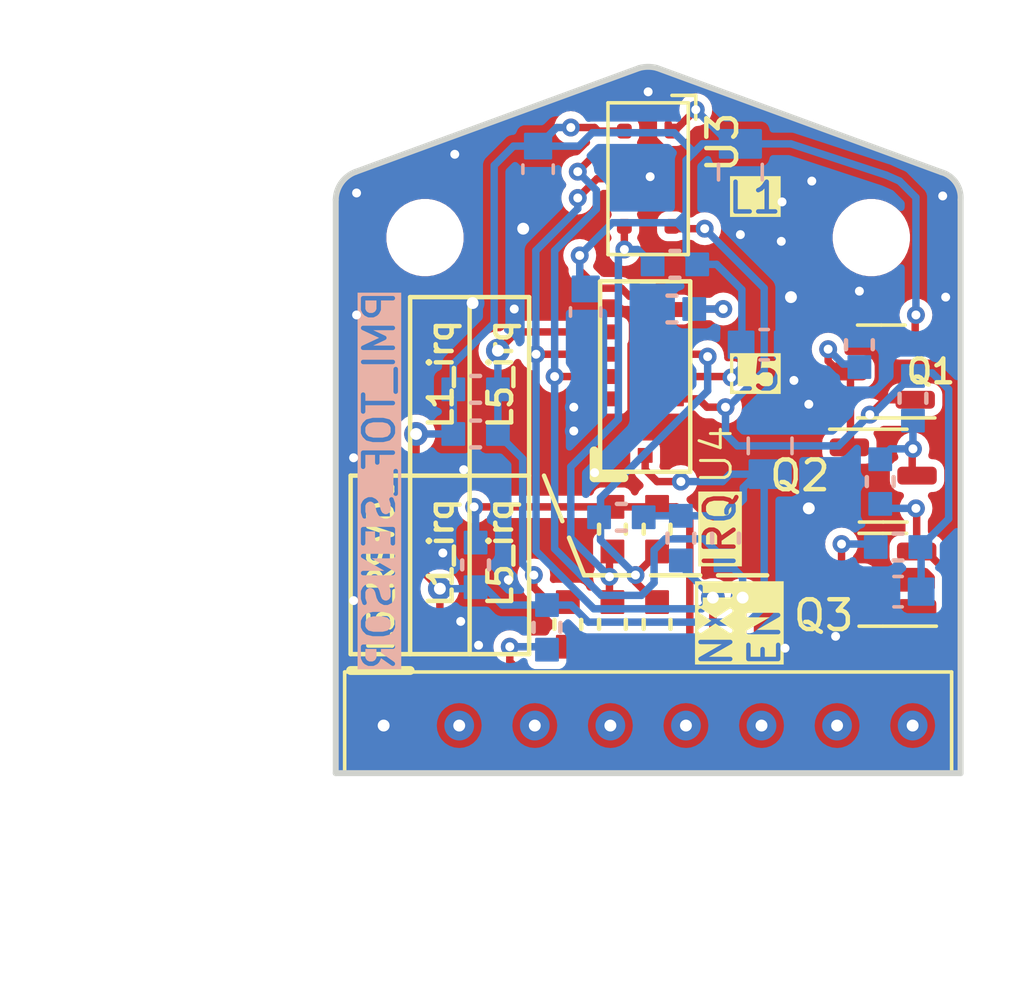
<source format=kicad_pcb>
(kicad_pcb (version 20240108) (generator "pcbnew") (generator_version "8.0")
  (layers (0 "F.Cu" signal) (31 "B.Cu" signal) (34 "B.Paste" user) (35 "F.Paste" user) (36 "B.SilkS" user "B.Silkscreen") (37 "F.SilkS" user "F.Silkscreen") (38 "B.Mask" user) (39 "F.Mask" user) (44 "Edge.Cuts" user))
  (net 0 "")
  (net 1 "GND")
  (net 2 "+3.3V")
  (net 3 "/enable_tof_3v3")
  (net 4 "enable_next_board_3v3")
  (net 5 "DETECT_IRQ_3v3")
  (net 6 "/SCL_3v3")
  (net 7 "/VL53L1_irq_3v3")
  (net 8 "/VL53L5_irq_3v3")
  (net 9 "/VL53L5_RSVD6_3v3")
  (net 10 "/VL53L5_I2C_RST_3v3")
  (net 11 "/SDA_3v3")
  (net 12 "Net-(Q1-D)")
  (net 13 "Net-(Q2-D)")
  (net 16 "Net-(Q3-D)")
  (net 17 "/{slash}reset_tof_com_3v3")
  (net 18 "/{slash}enable_tof_3v3")
  (footprint "cocotter_others:MountingHole_2.1mm" (layer "F.Cu") (at 41.5 162)
    (property "Reference" "H1" (hide yes))
    (property "Value" "MountingHole")
    (pad "" np_thru_hole circle (at 0 0) (size 2.1 2.1) (drill 2.1) (layers "*.Cu" "*.Mask"))
  )
  (footprint "cocotter_ic:ST_VL53L1x" (layer "F.Cu") (at 34 161.5 -90)
    (property "Reference" "U3" (at -2.7 -2.5 -90) (layer "F.SilkS"))
    (property "Value" "VL53L1CXV0FY1")
    (pad "1" smd roundrect (at -3.22 -0.675 270) (size 0.38 0.25) (layers "F.Cu" "F.Paste" "F.Mask") (net 2 "+3.3V"))
    (pad "1" smd roundrect (at -3.08 -0.8 270) (size 0.5 0.5) (layers "F.Cu" "F.Paste" "F.Mask") (net 2 "+3.3V"))
    (pad "2" smd roundrect (at -2.28 -0.8 270) (size 0.5 0.5) (layers "F.Cu" "F.Paste" "F.Mask") (net 1 "GND"))
    (pad "3" smd roundrect (at -1.48 -0.8 270) (size 0.5 0.5) (layers "F.Cu" "F.Paste" "F.Mask") (net 1 "GND"))
    (pad "4" smd roundrect (at -0.68 -0.8 270) (size 0.5 0.5) (layers "F.Cu" "F.Paste" "F.Mask") (net 1 "GND"))
    (pad "5" smd roundrect (at 0.12 -0.8 270) (size 0.5 0.5) (layers "F.Cu" "F.Paste" "F.Mask") (net 3 "/enable_tof_3v3"))
    (pad "6" smd roundrect (at 0.12 0 270) (size 0.5 0.5) (layers "F.Cu" "F.Paste" "F.Mask") (net 1 "GND"))
    (pad "7" smd roundrect (at 0.12 0.8 270) (size 0.5 0.5) (layers "F.Cu" "F.Paste" "F.Mask") (net 7 "/VL53L1_irq_3v3"))
    (pad "8" smd roundrect (at -0.68 0.8 270) (size 0.5 0.5) (layers "F.Cu" "F.Paste" "F.Mask"))
    (pad "9" smd roundrect (at -1.48 0.8 270) (size 0.5 0.5) (layers "F.Cu" "F.Paste" "F.Mask") (net 11 "/SDA_3v3"))
    (pad "10" smd roundrect (at -2.28 0.8 270) (size 0.5 0.5) (layers "F.Cu" "F.Paste" "F.Mask") (net 6 "/SCL_3v3"))
    (pad "11" smd roundrect (at -3.08 0.8 270) (size 0.5 0.5) (layers "F.Cu" "F.Paste" "F.Mask") (net 2 "+3.3V"))
    (pad "12" smd roundrect (at -3.08 0 270) (size 0.5 0.5) (layers "F.Cu" "F.Paste" "F.Mask") (net 1 "GND"))
  )
  (footprint "cocotter_resistor:r0603_reflow" (layer "F.Cu") (at 34.3 175 -90)
    (property "Reference" "R5" (hide yes))
    (property "Value" "0R")
    (pad "1" smd roundrect (at -0.75 0 270) (size 0.8 0.8) (layers "F.Cu" "F.Paste" "F.Mask") (roundrect_rratio 0.05) (net 8 "/VL53L5_irq_3v3"))
    (pad "2" smd roundrect (at 0.75 0 270) (size 0.8 0.8) (layers "F.Cu" "F.Paste" "F.Mask") (roundrect_rratio 0.05) (net 4 "enable_next_board_3v3"))
  )
  (footprint "cocotter_ic:VL53L5CX" (layer "F.Cu") (at 34 169 90)
    (property "Reference" "U4" (at -0.3 2.3 90) (layer "F.SilkS") (effects (font (thickness 0.1))))
    (property "Value" "VL53L5CXV0GC")
    (pad "A1" smd roundrect (at 4.58 0.95 90) (size 0.5 0.5) (layers "F.Cu" "F.Paste" "F.Mask") (roundrect_rratio 0.05) (net 10 "/VL53L5_I2C_RST_3v3"))
    (pad "A1" smd roundrect (at 4.73 0.9 90) (size 0.2 0.6) (layers "F.Cu" "F.Paste" "F.Mask") (roundrect_rratio 0.05) (net 10 "/VL53L5_I2C_RST_3v3"))
    (pad "A2" smd roundrect (at 3.83 0.95 90) (size 0.5 0.5) (layers "F.Cu" "F.Paste" "F.Mask") (roundrect_rratio 0.05) (net 1 "GND"))
    (pad "A3" smd roundrect (at 3.08 0.95 90) (size 0.5 0.5) (layers "F.Cu" "F.Paste" "F.Mask") (roundrect_rratio 0.05) (net 8 "/VL53L5_irq_3v3"))
    (pad "A4" smd roundrect (at 2.33 0.95 90) (size 0.5 0.5) (layers "F.Cu" "F.Paste" "F.Mask") (roundrect_rratio 0.05) (net 2 "+3.3V"))
    (pad "A5" smd roundrect (at 1.58 0.95 90) (size 0.5 0.5) (layers "F.Cu" "F.Paste" "F.Mask") (roundrect_rratio 0.05) (net 3 "/enable_tof_3v3"))
    (pad "A6" smd roundrect (at 0.83 0.95 90) (size 0.5 0.5) (layers "F.Cu" "F.Paste" "F.Mask") (roundrect_rratio 0.05) (net 1 "GND"))
    (pad "A7" smd roundrect (at 0.08 0.95 90) (size 0.5 0.5) (layers "F.Cu" "F.Paste" "F.Mask") (roundrect_rratio 0.05) (net 1 "GND"))
    (pad "B1" smd roundrect (at 4.98 -0.1 90) (size 0.5 0.5) (layers "F.Cu" "F.Paste" "F.Mask") (roundrect_rratio 0.05) (net 2 "+3.3V"))
    (pad "B4" smd roundrect (at 2.33 -0.1 90) (size 2.316 1.2) (property pad_prop_heatsink) (layers "F.Cu" "F.Paste" "F.Mask") (roundrect_rratio 0.05) (net 1 "GND"))
    (pad "B7" smd roundrect (at -0.32 -0.1 90) (size 0.5 0.5) (layers "F.Cu" "F.Paste" "F.Mask") (roundrect_rratio 0.05) (net 2 "+3.3V"))
    (pad "C1" smd roundrect (at 4.58 -1.15 270) (size 0.5 0.5) (layers "F.Cu" "F.Paste" "F.Mask") (roundrect_rratio 0.05) (net 1 "GND"))
    (pad "C2" smd roundrect (at 3.83 -1.15 270) (size 0.5 0.5) (layers "F.Cu" "F.Paste" "F.Mask") (roundrect_rratio 0.05) (net 9 "/VL53L5_RSVD6_3v3"))
    (pad "C3" smd roundrect (at 3.08 -1.15 270) (size 0.5 0.5) (layers "F.Cu" "F.Paste" "F.Mask") (roundrect_rratio 0.05) (net 11 "/SDA_3v3"))
    (pad "C4" smd roundrect (at 2.33 -1.15 270) (size 0.5 0.5) (layers "F.Cu" "F.Paste" "F.Mask") (roundrect_rratio 0.05) (net 6 "/SCL_3v3"))
    (pad "C5" smd roundrect (at 1.58 -1.15 270) (size 0.5 0.5) (layers "F.Cu" "F.Paste" "F.Mask") (roundrect_rratio 0.05))
    (pad "C6" smd roundrect (at 0.83 -1.15 270) (size 0.5 0.5) (layers "F.Cu" "F.Paste" "F.Mask") (roundrect_rratio 0.05) (net 1 "GND"))
    (pad "C7" smd roundrect (at 0.08 -1.15 270) (size 0.5 0.5) (layers "F.Cu" "F.Paste" "F.Mask") (roundrect_rratio 0.05) (net 1 "GND"))
  )
  (footprint "cocotter_resistor:r0603_reflow" (layer "F.Cu") (at 32.8 171.8 90)
    (property "Reference" "R20" (hide yes))
    (property "Value" "0R")
    (pad "1" smd roundrect (at -0.75 0 90) (size 0.8 0.8) (layers "F.Cu" "F.Paste" "F.Mask") (roundrect_rratio 0.05) (net 7 "/VL53L1_irq_3v3"))
    (pad "2" smd roundrect (at 0.75 0 90) (size 0.8 0.8) (layers "F.Cu" "F.Paste" "F.Mask") (roundrect_rratio 0.05) (net 5 "DETECT_IRQ_3v3"))
  )
  (footprint "cocotter_resistor:r0603_reflow" (layer "F.Cu") (at 31.3 175 -90)
    (property "Reference" "R6" (hide yes))
    (property "Value" "0R")
    (pad "1" smd roundrect (at -0.75 0 270) (size 0.8 0.8) (layers "F.Cu" "F.Paste" "F.Mask") (roundrect_rratio 0.05) (net 9 "/VL53L5_RSVD6_3v3"))
    (pad "2" smd roundrect (at 0.75 0 270) (size 0.8 0.8) (layers "F.Cu" "F.Paste" "F.Mask") (roundrect_rratio 0.05) (net 4 "enable_next_board_3v3"))
  )
  (footprint "cocotter_resistor:r0603_reflow" (layer "F.Cu") (at 34.3 171.8 90)
    (property "Reference" "R21" (hide yes))
    (property "Value" "0R")
    (pad "1" smd roundrect (at -0.75 0 90) (size 0.8 0.8) (layers "F.Cu" "F.Paste" "F.Mask") (roundrect_rratio 0.05) (net 8 "/VL53L5_irq_3v3"))
    (pad "2" smd roundrect (at 0.75 0 90) (size 0.8 0.8) (layers "F.Cu" "F.Paste" "F.Mask") (roundrect_rratio 0.05) (net 5 "DETECT_IRQ_3v3"))
  )
  (footprint "cocotter_resistor:r0603_reflow" (layer "F.Cu") (at 32.8 175 -90)
    (property "Reference" "R4" (hide yes))
    (property "Value" "0R")
    (pad "1" smd roundrect (at -0.75 0 270) (size 0.8 0.8) (layers "F.Cu" "F.Paste" "F.Mask") (roundrect_rratio 0.05) (net 7 "/VL53L1_irq_3v3"))
    (pad "2" smd roundrect (at 0.75 0 270) (size 0.8 0.8) (layers "F.Cu" "F.Paste" "F.Mask") (roundrect_rratio 0.05) (net 4 "enable_next_board_3v3"))
  )
  (footprint "cocotter_others:MountingHole_2.1mm" (layer "F.Cu") (at 26.5 162)
    (property "Reference" "H2" (hide yes))
    (property "Value" "MountingHole")
    (pad "" np_thru_hole circle (at 0 0) (size 2.1 2.1) (drill 2.1) (layers "*.Cu" "*.Mask"))
  )
  (footprint "cocotter_transistors:SOT-23-3" (layer "F.Cu") (at 41.8875 173.5 180)
    (property "Reference" "Q3" (at 1.9875 -1.2 0) (layer "F.SilkS"))
    (property "Value" "BSS84")
    (pad "1" smd roundrect (at -1.1375 -0.95 180) (size 1.325 0.6) (layers "F.Cu" "F.Paste" "F.Mask") (net 18 "/{slash}enable_tof_3v3"))
    (pad "2" smd roundrect (at -1.1375 0.95 180) (size 1.325 0.6) (layers "F.Cu" "F.Paste" "F.Mask") (net 17 "/{slash}reset_tof_com_3v3"))
    (pad "3" smd roundrect (at 1.1375 0 180) (size 1.325 0.6) (layers "F.Cu" "F.Paste" "F.Mask") (net 16 "Net-(Q3-D)"))
  )
  (footprint "cocotter_transistors:SOT-23-3" (layer "F.Cu") (at 41.9 170)
    (property "Reference" "Q2" (at -2.8 0 0) (layer "F.SilkS"))
    (property "Value" "2N7002")
    (pad "1" smd roundrect (at -1.1375 -0.95) (size 1.325 0.6) (layers "F.Cu" "F.Paste" "F.Mask") (net 12 "Net-(Q1-D)"))
    (pad "2" smd roundrect (at -1.1375 0.95) (size 1.325 0.6) (layers "F.Cu" "F.Paste" "F.Mask") (net 1 "GND"))
    (pad "3" smd roundrect (at 1.1375 0) (size 1.325 0.6) (layers "F.Cu" "F.Paste" "F.Mask") (net 13 "Net-(Q2-D)"))
  )
  (footprint "cocotter_transistors:SOT-23-3" (layer "F.Cu") (at 41.8375 166.5 180)
    (property "Reference" "Q1" (at -1.6625 0 0) (layer "F.SilkS") (effects (font (size 0.8 0.8))))
    (property "Value" "BSS84")
    (pad "1" smd roundrect (at -1.1375 -0.95 180) (size 1.325 0.6) (layers "F.Cu" "F.Paste" "F.Mask") (net 3 "/enable_tof_3v3"))
    (pad "2" smd roundrect (at -1.1375 0.95 180) (size 1.325 0.6) (layers "F.Cu" "F.Paste" "F.Mask") (net 2 "+3.3V"))
    (pad "3" smd roundrect (at 1.1375 0 180) (size 1.325 0.6) (layers "F.Cu" "F.Paste" "F.Mask") (net 12 "Net-(Q1-D)"))
  )
  (footprint "cocotter_connectors:tof_sensor_female" (layer "F.Cu") (at 34 178.4)
    (property "Reference" "J1" (hide yes))
    (property "Value" "tof_sensor_female")
    (pad "1" thru_hole circle (at -8.89 0) (size 1 1) (drill 0.4) (layers "*.Cu" "*.Mask") (net 1 "GND"))
    (pad "1" smd roundrect (at -8.89 0) (size 1.8 3) (layers "F.Cu" "F.Paste" "F.Mask") (roundrect_rratio 0.05) (net 1 "GND"))
    (pad "2" thru_hole circle (at -6.35 0) (size 1 1) (drill 0.4) (layers "*.Cu" "*.Mask") (net 2 "+3.3V"))
    (pad "2" smd roundrect (at -6.35 0) (size 1.8 3) (layers "F.Cu" "F.Paste" "F.Mask") (roundrect_rratio 0.05) (net 2 "+3.3V"))
    (pad "3" thru_hole circle (at -3.81 0) (size 1 1) (drill 0.4) (layers "*.Cu" "*.Mask") (net 4 "enable_next_board_3v3"))
    (pad "3" smd roundrect (at -3.81 0) (size 1.8 3) (layers "F.Cu" "F.Paste" "F.Mask") (roundrect_rratio 0.05) (net 4 "enable_next_board_3v3"))
    (pad "4" thru_hole circle (at -1.27 0) (size 1 1) (drill 0.4) (layers "*.Cu" "*.Mask") (net 5 "DETECT_IRQ_3v3"))
    (pad "4" smd roundrect (at -1.27 0) (size 1.8 3) (layers "F.Cu" "F.Paste" "F.Mask") (roundrect_rratio 0.05) (net 5 "DETECT_IRQ_3v3"))
    (pad "5" thru_hole circle (at 1.27 0) (size 1 1) (drill 0.4) (layers "*.Cu" "*.Mask") (net 11 "/SDA_3v3"))
    (pad "5" smd roundrect (at 1.27 0) (size 1.8 3) (layers "F.Cu" "F.Paste" "F.Mask") (roundrect_rratio 0.05) (net 11 "/SDA_3v3"))
    (pad "6" thru_hole circle (at 3.81 0) (size 1 1) (drill 0.4) (layers "*.Cu" "*.Mask") (net 6 "/SCL_3v3"))
    (pad "6" smd roundrect (at 3.81 0) (size 1.8 3) (layers "F.Cu" "F.Paste" "F.Mask") (roundrect_rratio 0.05) (net 6 "/SCL_3v3"))
    (pad "7" thru_hole circle (at 6.35 0) (size 1 1) (drill 0.4) (layers "*.Cu" "*.Mask") (net 18 "/{slash}enable_tof_3v3"))
    (pad "7" smd roundrect (at 6.35 0) (size 1.8 3) (layers "F.Cu" "F.Paste" "F.Mask") (roundrect_rratio 0.05) (net 18 "/{slash}enable_tof_3v3"))
    (pad "8" thru_hole circle (at 8.89 0) (size 1 1) (drill 0.4) (layers "*.Cu" "*.Mask") (net 17 "/{slash}reset_tof_com_3v3"))
    (pad "8" smd roundrect (at 8.89 0) (size 1.8 3) (layers "F.Cu" "F.Paste" "F.Mask") (roundrect_rratio 0.05) (net 17 "/{slash}reset_tof_com_3v3"))
  )
  (footprint "cocotter_resistor:r0603_reflow" (layer "B.Cu") (at 36.6 172.1 -90)
    (property "Reference" "R10" (hide yes))
    (property "Value" "10k 1%")
    (pad "1" smd roundrect (at -0.75 0 270) (size 0.8 0.8) (layers "B.Cu" "B.Paste" "B.Mask") (roundrect_rratio 0.05) (net 2 "+3.3V"))
    (pad "2" smd roundrect (at 0.75 0 270) (size 0.8 0.8) (layers "B.Cu" "B.Paste" "B.Mask") (roundrect_rratio 0.05) (net 6 "/SCL_3v3"))
  )
  (footprint "cocotter_resistor:r0603_reflow" (layer "B.Cu") (at 41.1 165.6 90)
    (property "Reference" "R17" (hide yes))
    (property "Value" "100k")
    (pad "1" smd roundrect (at -0.75 0 90) (size 0.8 0.8) (layers "B.Cu" "B.Paste" "B.Mask") (roundrect_rratio 0.05) (net 12 "Net-(Q1-D)"))
    (pad "2" smd roundrect (at 0.75 0 90) (size 0.8 0.8) (layers "B.Cu" "B.Paste" "B.Mask") (roundrect_rratio 0.05) (net 1 "GND"))
  )
  (footprint "cocotter_capacitors:C_0805_2012Metric" (layer "B.Cu") (at 38.1 169 90)
    (property "Reference" "C6" (hide yes))
    (property "Value" "10µF 25V")
    (pad "1" smd roundrect (at -0.95 0 90) (size 1 1.45) (layers "B.Cu" "B.Paste" "B.Mask") (roundrect_rratio 0.05) (net 2 "+3.3V"))
    (pad "2" smd roundrect (at 0.95 0 90) (size 1 1.45) (layers "B.Cu" "B.Paste" "B.Mask") (roundrect_rratio 0.05) (net 1 "GND"))
  )
  (footprint "cocotter_capacitors:C_0603_1608Metric" (layer "B.Cu") (at 31.9 164.5 -90)
    (property "Reference" "C8" (hide yes))
    (property "Value" "100nF 50V")
    (pad "1" smd roundrect (at -0.775 0 270) (size 0.9 0.95) (layers "B.Cu" "B.Paste" "B.Mask") (roundrect_rratio 0.05) (net 2 "+3.3V"))
    (pad "2" smd roundrect (at 0.775 0 270) (size 0.9 0.95) (layers "B.Cu" "B.Paste" "B.Mask") (roundrect_rratio 0.05) (net 1 "GND"))
  )
  (footprint "cocotter_resistor:r0603_reflow" (layer "B.Cu") (at 28.2 168.6)
    (property "Reference" "R12" (hide yes))
    (property "Value" "100k")
    (pad "1" smd roundrect (at -0.75 0) (size 0.8 0.8) (layers "B.Cu" "B.Paste" "B.Mask") (roundrect_rratio 0.05) (net 2 "+3.3V"))
    (pad "2" smd roundrect (at 0.75 0) (size 0.8 0.8) (layers "B.Cu" "B.Paste" "B.Mask") (roundrect_rratio 0.05) (net 9 "/VL53L5_RSVD6_3v3"))
  )
  (footprint "cocotter_resistor:r0603_reflow" (layer "B.Cu") (at 34.8 164.4 180)
    (property "Reference" "R14" (hide yes))
    (property "Value" "10k 1%")
    (pad "1" smd roundrect (at -0.75 0 180) (size 0.8 0.8) (layers "B.Cu" "B.Paste" "B.Mask") (roundrect_rratio 0.05) (net 10 "/VL53L5_I2C_RST_3v3"))
    (pad "2" smd roundrect (at 0.75 0 180) (size 0.8 0.8) (layers "B.Cu" "B.Paste" "B.Mask") (roundrect_rratio 0.05) (net 1 "GND"))
  )
  (footprint "cocotter_capacitors:C_0603_1608Metric" (layer "B.Cu") (at 30.3 159.7 90)
    (property "Reference" "C4" (hide yes))
    (property "Value" "100nF 50V")
    (pad "1" smd roundrect (at -0.775 0 90) (size 0.9 0.95) (layers "B.Cu" "B.Paste" "B.Mask") (roundrect_rratio 0.05) (net 1 "GND"))
    (pad "2" smd roundrect (at 0.775 0 90) (size 0.9 0.95) (layers "B.Cu" "B.Paste" "B.Mask") (roundrect_rratio 0.05) (net 2 "+3.3V"))
  )
  (footprint "cocotter_capacitors:C_0603_1608Metric" (layer "B.Cu") (at 42.4 173.9 180)
    (property "Reference" "C9" (hide yes))
    (property "Value" "1nF 50V")
    (pad "1" smd roundrect (at -0.775 0 180) (size 0.9 0.95) (layers "B.Cu" "B.Paste" "B.Mask") (roundrect_rratio 0.05) (net 3 "/enable_tof_3v3"))
    (pad "2" smd roundrect (at 0.775 0 180) (size 0.9 0.95) (layers "B.Cu" "B.Paste" "B.Mask") (roundrect_rratio 0.05) (net 1 "GND"))
  )
  (footprint "cocotter_capacitors:C_0805_2012Metric" (layer "B.Cu") (at 37.1 159.8 -90)
    (property "Reference" "C5" (hide yes))
    (property "Value" "10µF 25V")
    (pad "1" smd roundrect (at -0.95 0 270) (size 1 1.45) (layers "B.Cu" "B.Paste" "B.Mask") (roundrect_rratio 0.05) (net 2 "+3.3V"))
    (pad "2" smd roundrect (at 0.95 0 270) (size 1 1.45) (layers "B.Cu" "B.Paste" "B.Mask") (roundrect_rratio 0.05) (net 1 "GND"))
  )
  (footprint "cocotter_resistor:r0603_reflow" (layer "B.Cu") (at 42.9 167.4 90)
    (property "Reference" "R15" (hide yes))
    (property "Value" "100k")
    (pad "1" smd roundrect (at -0.75 0 90) (size 0.8 0.8) (layers "B.Cu" "B.Paste" "B.Mask") (roundrect_rratio 0.05) (net 13 "Net-(Q2-D)"))
    (pad "2" smd roundrect (at 0.75 0 90) (size 0.8 0.8) (layers "B.Cu" "B.Paste" "B.Mask") (roundrect_rratio 0.05) (net 3 "/enable_tof_3v3"))
  )
  (footprint "cocotter_resistor:r0603_reflow" (layer "B.Cu") (at 41.8 170.2 -90)
    (property "Reference" "R18" (hide yes))
    (property "Value" "100k")
    (pad "1" smd roundrect (at -0.75 0 270) (size 0.8 0.8) (layers "B.Cu" "B.Paste" "B.Mask") (roundrect_rratio 0.05) (net 13 "Net-(Q2-D)"))
    (pad "2" smd roundrect (at 0.75 0 270) (size 0.8 0.8) (layers "B.Cu" "B.Paste" "B.Mask") (roundrect_rratio 0.05) (net 17 "/{slash}reset_tof_com_3v3"))
  )
  (footprint "cocotter_resistor:r0603_reflow" (layer "B.Cu") (at 34.9 162.9 180)
    (property "Reference" "R8" (hide yes))
    (property "Value" "10k 1%")
    (pad "1" smd roundrect (at -0.75 0 180) (size 0.8 0.8) (layers "B.Cu" "B.Paste" "B.Mask") (roundrect_rratio 0.05) (net 2 "+3.3V"))
    (pad "2" smd roundrect (at 0.75 0 180) (size 0.8 0.8) (layers "B.Cu" "B.Paste" "B.Mask") (roundrect_rratio 0.05) (net 7 "/VL53L1_irq_3v3"))
  )
  (footprint "cocotter_resistor:r0603_reflow" (layer "B.Cu") (at 28.2 167.1)
    (property "Reference" "R11" (hide yes))
    (property "Value" "100k")
    (pad "1" smd roundrect (at -0.75 0) (size 0.8 0.8) (layers "B.Cu" "B.Paste" "B.Mask") (roundrect_rratio 0.05) (net 2 "+3.3V"))
    (pad "2" smd roundrect (at 0.75 0) (size 0.8 0.8) (layers "B.Cu" "B.Paste" "B.Mask") (roundrect_rratio 0.05) (net 9 "/VL53L5_RSVD6_3v3"))
  )
  (footprint "cocotter_resistor:r0603_reflow" (layer "B.Cu") (at 28.2 173 90)
    (property "Reference" "R25" (hide yes))
    (property "Value" "10k 1%")
    (pad "1" smd roundrect (at -0.75 0 90) (size 0.8 0.8) (layers "B.Cu" "B.Paste" "B.Mask") (roundrect_rratio 0.05) (net 2 "+3.3V"))
    (pad "2" smd roundrect (at 0.75 0 90) (size 0.8 0.8) (layers "B.Cu" "B.Paste" "B.Mask") (roundrect_rratio 0.05) (net 5 "DETECT_IRQ_3v3"))
  )
  (footprint "cocotter_capacitors:C_0603_1608Metric" (layer "B.Cu") (at 37.9 165.6)
    (property "Reference" "C7" (hide yes))
    (property "Value" "100nF 50V")
    (pad "1" smd roundrect (at -0.775 0) (size 0.9 0.95) (layers "B.Cu" "B.Paste" "B.Mask") (roundrect_rratio 0.05) (net 2 "+3.3V"))
    (pad "2" smd roundrect (at 0.775 0) (size 0.9 0.95) (layers "B.Cu" "B.Paste" "B.Mask") (roundrect_rratio 0.05) (net 1 "GND"))
  )
  (footprint "cocotter_resistor:r0603_reflow" (layer "B.Cu") (at 30.6 175.1 -90)
    (property "Reference" "R7" (hide yes))
    (property "Value" "10k 1%")
    (pad "1" smd roundrect (at -0.75 0 270) (size 0.8 0.8) (layers "B.Cu" "B.Paste" "B.Mask") (roundrect_rratio 0.05) (net 2 "+3.3V"))
    (pad "2" smd roundrect (at 0.75 0 270) (size 0.8 0.8) (layers "B.Cu" "B.Paste" "B.Mask") (roundrect_rratio 0.05) (net 4 "enable_next_board_3v3"))
  )
  (footprint "cocotter_resistor:r0603_reflow" (layer "B.Cu") (at 42.4 172.4)
    (property "Reference" "R16" (hide yes))
    (property "Value" "3k3 1%")
    (pad "1" smd roundrect (at -0.75 0) (size 0.8 0.8) (layers "B.Cu" "B.Paste" "B.Mask") (roundrect_rratio 0.05) (net 16 "Net-(Q3-D)"))
    (pad "2" smd roundrect (at 0.75 0) (size 0.8 0.8) (layers "B.Cu" "B.Paste" "B.Mask") (roundrect_rratio 0.05) (net 3 "/enable_tof_3v3"))
  )
  (footprint "cocotter_resistor:r0603_reflow" (layer "B.Cu") (at 35.1 172.1 -90)
    (property "Reference" "R9" (hide yes))
    (property "Value" "10k 1%")
    (pad "1" smd roundrect (at -0.75 0 270) (size 0.8 0.8) (layers "B.Cu" "B.Paste" "B.Mask") (roundrect_rratio 0.05) (net 2 "+3.3V"))
    (pad "2" smd roundrect (at 0.75 0 270) (size 0.8 0.8) (layers "B.Cu" "B.Paste" "B.Mask") (roundrect_rratio 0.05) (net 11 "/SDA_3v3"))
  )
  (footprint "cocotter_resistor:r0603_reflow" (layer "B.Cu") (at 33.1 171.4 180)
    (property "Reference" "R13" (hide yes))
    (property "Value" "10k 1%")
    (pad "1" smd roundrect (at -0.75 0 180) (size 0.8 0.8) (layers "B.Cu" "B.Paste" "B.Mask") (roundrect_rratio 0.05) (net 2 "+3.3V"))
    (pad "2" smd roundrect (at 0.75 0 180) (size 0.8 0.8) (layers "B.Cu" "B.Paste" "B.Mask") (roundrect_rratio 0.05) (net 8 "/VL53L5_irq_3v3"))
  )
  (gr_line (start 28 170) (end 28 164) (stroke (width 0.15)) (layer "F.SilkS"))
  (gr_line (start 30.5 170) (end 31.85 173.35) (stroke (width 0.15) (type dash)) (layer "F.SilkS"))
  (gr_line (start 30 176) (end 24 176) (stroke (width 0.15)) (layer "F.SilkS"))
  (gr_line (start 30 164) (end 30 170) (stroke (width 0.15)) (layer "F.SilkS"))
  (gr_line (start 26 164) (end 30 164) (stroke (width 0.15)) (layer "F.SilkS"))
  (gr_line (start 26 176) (end 26 170) (stroke (width 0.15)) (layer "F.SilkS"))
  (gr_line (start 30 170) (end 30 176) (stroke (width 0.15)) (layer "F.SilkS"))
  (gr_line (start 24 170) (end 30 170) (stroke (width 0.15)) (layer "F.SilkS"))
  (gr_line (start 26 170) (end 26 164) (stroke (width 0.15)) (layer "F.SilkS"))
  (gr_line (start 31.85 173.35) (end 38.55 173.35) (stroke (width 0.15) (type dash)) (layer "F.SilkS"))
  (gr_line (start 24 176) (end 24 170) (stroke (width 0.15)) (layer "F.SilkS"))
  (gr_line (start 28 176) (end 28 170) (stroke (width 0.15)) (layer "F.SilkS"))
  (gr_line (start 23.5 180) (end 23.5 160.73) (stroke (width 0.2)) (layer "Edge.Cuts"))
  (gr_line (start 44.5 160.73) (end 44.5 180) (stroke (width 0.2)) (layer "Edge.Cuts"))
  (gr_arc (start 43.85 159.8) (mid 44.342066 160.148233) (end 44.5 160.73) (stroke (width 0.2)) (layer "Edge.Cuts"))
  (gr_line (start 23.5 180) (end 44.5 180) (stroke (width 0.2)) (layer "Edge.Cuts"))
  (gr_arc (start 33.7 156.3) (mid 34 156.259825) (end 34.3 156.3) (stroke (width 0.2)) (layer "Edge.Cuts"))
  (gr_arc (start 23.5 160.73) (mid 23.688382 160.157525) (end 24.166637 159.790798) (stroke (width 0.2)) (layer "Edge.Cuts"))
  (gr_line (start 24.166637 159.790798) (end 33.7 156.3) (stroke (width 0.2)) (layer "Edge.Cuts"))
  (gr_line (start 34.3 156.3) (end 43.85 159.8) (stroke (width 0.2)) (layer "Edge.Cuts"))
  (gr_text "PMI_TOF_SENSOR" (at 25.55 163.7 90) (layer "B.SilkS" knockout) (effects (font (size 1 1)) (justify left bottom mirror)))
  (gr_text "L1" (at 36.6 161.25 0) (layer "F.SilkS" knockout) (effects (font (size 1 1)) (justify left bottom)))
  (gr_text "L5_RSVD6" (at 25.5 176 90) (layer "F.SilkS") (effects (font (size 0.8 0.8)) (justify left bottom)))
  (gr_text "L5_irq\n" (at 29.5 174.5 90) (layer "F.SilkS") (effects (font (size 0.8 0.8)) (justify left bottom)))
  (gr_text "L5_irq\n" (at 29.5 168.5 90) (layer "F.SilkS") (effects (font (size 0.8 0.8)) (justify left bottom)))
  (gr_text "L1_irq" (at 27.5 174.5 90) (layer "F.SilkS") (effects (font (size 0.8 0.8)) (justify left bottom)))
  (gr_text "L5" (at 36.6 167.2 0) (layer "F.SilkS" knockout) (effects (font (size 1 1)) (justify left bottom)))
  (gr_text "L1_irq" (at 27.5 168.5 90) (layer "F.SilkS") (effects (font (size 0.8 0.8)) (justify left bottom)))
  (gr_text "IRQ" (at 37 173.2 90) (layer "F.SilkS" knockout) (effects (font (size 1 1)) (justify left bottom)))
  (gr_text "NXT\nEN" (at 38.5 176.5 90) (layer "F.SilkS" knockout) (effects (font (size 1 1)) (justify left bottom)))
  (segment (start 38.25 168.05) (end 38.2 168.05) (width 0.25) (layer "F.Cu") (net 1))
  (segment (start 32.85 164.42) (end 33.32 164.42) (width 0.25) (layer "F.Cu") (net 1))
  (segment (start 34 161.1) (end 34.28 160.82) (width 0.25) (layer "F.Cu") (net 1))
  (segment (start 41 170.95) (end 40.15 170.95) (width 0.25) (layer "F.Cu") (net 1))
  (segment (start 32.85 168.92) (end 32.85 168.17) (width 0.25) (layer "F.Cu") (net 1))
  (segment (start 34.8 159.22) (end 34.71014 159.22) (width 0.25) (layer "F.Cu") (net 1))
  (segment (start 34.8 160.82) (end 34.8 159.22) (width 0.25) (layer "F.Cu") (net 1))
  (segment (start 34 158.50986) (end 34 158.42) (width 0.25) (layer "F.Cu") (net 1))
  (segment (start 34.7 168.17) (end 33.9 167.37) (width 0.25) (layer "F.Cu") (net 1))
  (segment (start 38.8 164) (end 38.8 162.45) (width 0.25) (layer "F.Cu") (net 1))
  (segment (start 39.55 170.95) (end 39.4 171.1) (width 0.25) (layer "F.Cu") (net 1))
  (segment (start 32.85 168.17) (end 33.1 168.17) (width 0.25) (layer "F.Cu") (net 1))
  (segment (start 37.17 160.82) (end 34.8 160.82) (width 0.25) (layer "F.Cu") (net 1))
  (segment (start 33.1 168.17) (end 33.9 167.37) (width 0.25) (layer "F.Cu") (net 1))
  (segment (start 38.8 162.45) (end 37.17 160.82) (width 0.25) (layer "F.Cu") (net 1))
  (segment (start 34.95 168.92) (end 34.95 168.17) (width 0.25) (layer "F.Cu") (net 1))
  (segment (start 34.28 160.82) (end 34.8 160.82) (width 0.25) (layer "F.Cu") (net 1))
  (segment (start 38.2 164.6) (end 38.2 168.05) (width 0.25) (layer "F.Cu") (net 1))
  (segment (start 33.9 167.37) (end 33.9 166.67) (width 0.25) (layer "F.Cu") (net 1))
  (segment (start 39.4 171.1) (end 39.4 169.2) (width 0.25) (layer "F.Cu") (net 1))
  (segment (start 33.9 165.34) (end 33.9 166.67) (width 0.25) (layer "F.Cu") (net 1))
  (segment (start 34.07 165.17) (end 34.95 165.17) (width 0.25) (layer "F.Cu") (net 1))
  (segment (start 34.07 165.17) (end 33.9 165.34) (width 0.25) (layer "F.Cu") (net 1))
  (segment (start 34.95 168.92) (end 37.33 168.92) (width 0.25) (layer "F.Cu") (net 1))
  (segment (start 28.1 164.2) (end 28.32 164.42) (width 0.25) (layer "F.Cu") (net 1))
  (segment (start 34 161.62) (end 34 161.1) (width 0.25) (layer "F.Cu") (net 1))
  (segment (start 34.95 168.17) (end 34.7 168.17) (width 0.25) (layer "F.Cu") (net 1))
  (segment (start 38.8 164) (end 38.2 164.6) (width 0.25) (layer "F.Cu") (net 1))
  (segment (start 37.33 168.92) (end 38.2 168.05) (width 0.25) (layer "F.Cu") (net 1))
  (segment (start 34.71014 159.22) (end 34 158.50986) (width 0.25) (layer "F.Cu") (net 1))
  (segment (start 41 170.95) (end 39.55 170.95) (width 0.25) (layer "F.Cu") (net 1))
  (segment (start 33.32 164.42) (end 34.07 165.17) (width 0.25) (layer "F.Cu") (net 1))
  (segment (start 39.4 169.2) (end 38.25 168.05) (width 0.25) (layer "F.Cu") (net 1))
  (segment (start 28.32 164.42) (end 32.85 164.42) (width 0.25) (layer "F.Cu") (net 1))
  (via (at 40.3 175.4) (size 0.6) (drill 0.3) (layers "F.Cu" "B.Cu") (net 1))
  (via (at 29.5 164.4) (size 0.6) (drill 0.3) (layers "F.Cu" "B.Cu") (net 1))
  (via (at 27.7 174.9) (size 0.6) (drill 0.3) (layers "F.Cu" "B.Cu") (net 1))
  (via (at 27.8 169.8) (size 0.6) (drill 0.3) (layers "F.Cu" "B.Cu") (net 1))
  (via (at 32.2 169.9) (size 0.6) (drill 0.3) (layers "F.Cu" "B.Cu") (net 1))
  (via (at 31.5 168.5) (size 0.6) (drill 0.3) (layers "F.Cu" "B.Cu") (net 1))
  (via (at 28.3 175.7) (size 0.6) (drill 0.3) (layers "F.Cu" "B.Cu") (net 1))
  (via (at 38.475 162.125) (size 0.6) (drill 0.3) (layers "F.Cu" "B.Cu") (net 1))
  (via (at 24.1 169.4) (size 0.6) (drill 0.3) (layers "F.Cu" "B.Cu") (net 1))
  (via (at 24.2 164.6) (size 0.6) (drill 0.3) (layers "F.Cu" "B.Cu") (net 1))
  (via (at 39.4 171.1) (size 0.8) (drill 0.4) (layers "F.Cu" "B.Cu") (net 1))
  (via (at 39.5 160.1) (size 0.6) (drill 0.3) (layers "F.Cu" "B.Cu") (net 1))
  (via (at 28.1 164.2) (size 0.8) (drill 0.4) (layers "F.Cu" "B.Cu") (net 1))
  (via (at 34 157.1) (size 0.6) (drill 0.3) (layers "F.Cu" "B.Cu") (net 1))
  (via (at 27.1 172.6) (size 0.6) (drill 0.3) (layers "F.Cu" "B.Cu") (net 1))
  (via (at 27.5 159.2) (size 0.6) (drill 0.3) (layers "F.Cu" "B.Cu") (net 1))
  (via (at 38.9 166.8) (size 0.6) (drill 0.3) (layers "F.Cu" "B.Cu") (net 1))
  (via (at 43.9 160.6) (size 0.6) (drill 0.3) (layers "F.Cu" "B.Cu") (net 1))
  (via (at 38.8 164) (size 0.8) (drill 0.4) (layers "F.Cu" "B.Cu") (net 1))
  (via (at 34.0675 159.9525) (size 0.6) (drill 0.3) (layers "F.Cu" "B.Cu") (net 1))
  (via (at 41.1 163.8) (size 0.6) (drill 0.3) (layers "F.Cu" "B.Cu") (net 1))
  (via (at 44 164) (size 0.6) (drill 0.3) (layers "F.Cu" "B.Cu") (net 1))
  (via (at 39.4 167.6) (size 0.6) (drill 0.3) (layers "F.Cu" "B.Cu") (net 1))
  (via (at 29.3 173.5) (size 0.6) (drill 0.3) (layers "F.Cu" "B.Cu") (net 1))
  (via (at 29.8 161.7) (size 0.8) (drill 0.4) (layers "F.Cu" "B.Cu") (net 1))
  (via (at 38.5 160.8) (size 0.6) (drill 0.3) (layers "F.Cu" "B.Cu") (net 1))
  (via (at 31.5 167.7) (size 0.6) (drill 0.3) (layers "F.Cu" "B.Cu") (net 1))
  (via (at 24.1 174.2) (size 0.6) (drill 0.3) (layers "F.Cu" "B.Cu") (net 1))
  (via (at 24.2 160.5) (size 0.6) (drill 0.3) (layers "F.Cu" "B.Cu") (net 1))
  (via (at 37.1 161.9) (size 0.6) (drill 0.3) (layers "F.Cu" "B.Cu") (net 1))
  (via (at 38.6 175.8) (size 0.6) (drill 0.3) (layers "F.Cu" "B.Cu") (net 1))
  (segment (start 25.11 178.4) (end 26.61 176.9) (width 0.25) (layer "B.Cu") (net 1))
  (segment (start 26.61 176.9) (end 38.6 176.9) (width 0.25) (layer "B.Cu") (net 1))
  (segment (start 25.11 165.864695) (end 25.11 178.4) (width 0.25) (layer "B.Cu") (net 1))
  (segment (start 26.774695 164.2) (end 25.11 165.864695) (width 0.25) (layer "B.Cu") (net 1))
  (segment (start 38.6 176.9) (end 39.4 176.1) (width 0.25) (layer "B.Cu") (net 1))
  (segment (start 28.1 164.2) (end 26.774695 164.2) (width 0.25) (layer "B.Cu") (net 1))
  (segment (start 28.3 164) (end 28.1 164.2) (width 0.25) (layer "B.Cu") (net 1))
  (segment (start 39.4 176.1) (end 39.4 171.1) (width 0.25) (layer "B.Cu") (net 1))
  (segment (start 42.975 164.625) (end 42.975 165.55) (width 0.25) (layer "F.Cu") (net 2))
  (segment (start 36.77 166.67) (end 34.95 166.67) (width 0.25) (layer "F.Cu") (net 2))
  (segment (start 32.32 158.42) (end 32.2 158.3) (width 0.25) (layer "F.Cu") (net 2))
  (segment (start 43 164.6) (end 42.975 164.625) (width 0.25) (layer "F.Cu") (net 2))
  (segment (start 27 173.8) (end 26.2 173) (width 0.25) (layer "F.Cu") (net 2))
  (segment (start 35.1 170.2) (end 34.3 170.2) (width 0.25) (layer "F.Cu") (net 2))
  (segment (start 31.7 162.6) (end 31.7 163.1) (width 0.25) (layer "F.Cu") (net 2))
  (segment (start 32.3 163.7) (end 33.1 163.7) (width 0.25) (layer "F.Cu") (net 2))
  (segment (start 27 177.75) (end 27.65 178.4) (width 0.25) (layer "F.Cu") (net 2))
  (segment (start 34.88 158.42) (end 34.8 158.42) (width 0.25) (layer "F.Cu") (net 2))
  (segment (start 27 173.8) (end 27 177.75) (width 0.25) (layer "F.Cu") (net 2))
  (segment (start 36.8 166.7) (end 36.77 166.67) (width 0.25) (layer "F.Cu") (net 2))
  (segment (start 26.2 173) (end 26.2 168.6) (width 0.25) (layer "F.Cu") (net 2))
  (segment (start 33.9 169.32) (end 33.9 169.8) (width 0.25) (layer "F.Cu") (net 2))
  (segment (start 33.2 158.42) (end 32.32 158.42) (width 0.25) (layer "F.Cu") (net 2))
  (segment (start 33.9 169.8) (end 34.3 170.2) (width 0.25) (layer "F.Cu") (net 2))
  (segment (start 33.37 163.97) (end 33.85 163.97) (width 0.25) (layer "F.Cu") (net 2))
  (segment (start 33.85 163.97) (end 33.9 164.02) (width 0.25) (layer "F.Cu") (net 2))
  (segment (start 31.4 158.3) (end 32.2 158.3) (width 0.25) (layer "F.Cu") (net 2))
  (segment (start 27.65 178.4) (end 28.4 177.65) (width 0.25) (layer "F.Cu") (net 2))
  (segment (start 31.7 163.1) (end 32.3 163.7) (width 0.25) (layer "F.Cu") (net 2))
  (segment (start 35.6 157.7) (end 34.88 158.42) (width 0.25) (layer "F.Cu") (net 2))
  (segment (start 33.1 163.7) (end 33.37 163.97) (width 0.25) (layer "F.Cu") (net 2))
  (via (at 43 164.6) (size 0.6) (drill 0.3) (layers "F.Cu" "B.Cu") (net 2))
  (via (at 36.8 166.7) (size 0.6) (drill 0.3) (layers "F.Cu" "B.Cu") (net 2))
  (via (at 27 173.8) (size 0.8) (drill 0.4) (layers "F.Cu" "B.Cu") (net 2))
  (via (at 35.6 157.7) (size 0.6) (drill 0.3) (layers "F.Cu" "B.Cu") (net 2))
  (via (at 31.7 162.6) (size 0.6) (drill 0.3) (layers "F.Cu" "B.Cu") (net 2))
  (via (at 35.1 170.2) (size 0.6) (drill 0.3) (layers "F.Cu" "B.Cu") (net 2))
  (via (at 26.2 168.6) (size 0.8) (drill 0.4) (layers "F.Cu" "B.Cu") (net 2))
  (via (at 31.4 158.3) (size 0.6) (drill 0.3) (layers "F.Cu" "B.Cu") (net 2))
  (segment (start 37.9 169.95) (end 36.75 169.95) (width 0.25) (layer "B.Cu") (net 2))
  (segment (start 34.7 161.5) (end 34.975 161.5) (width 0.25) (layer "B.Cu") (net 2))
  (segment (start 32.125 158.475) (end 34.875 158.475) (width 0.25) (layer "B.Cu") (net 2))
  (segment (start 30.925 158.3) (end 30.4 158.825) (width 0.25) (layer "B.Cu") (net 2))
  (segment (start 37.15 163.75) (end 36.3 162.9) (width 0.25) (layer "B.Cu") (net 2))
  (segment (start 32.8 161.5) (end 34.7 161.5) (width 0.25) (layer "B.Cu") (net 2))
  (segment (start 35.1 171.35) (end 36.6 171.35) (width 0.25) (layer "B.Cu") (net 2))
  (segment (start 31.9 163.725) (end 31.7 163.525) (width 0.25) (layer "B.Cu") (net 2))
  (segment (start 35.275 159.4) (end 35.275 161.2) (width 0.25) (layer "B.Cu") (net 2))
  (segment (start 31.4 158.3) (end 30.925 158.3) (width 0.25) (layer "B.Cu") (net 2))
  (segment (start 36.75 158.85) (end 37.1 158.85) (width 0.25) (layer "B.Cu") (net 2))
  (segment (start 36.75 169.95) (end 36.5 170.2) (width 0.25) (layer "B.Cu") (net 2))
  (segment (start 29.1 174.35) (end 31.413604 174.35) (width 0.25) (layer "B.Cu") (net 2))
  (segment (start 31.988604 174.925) (end 37.375305 174.925) (width 0.25) (layer "B.Cu") (net 2))
  (segment (start 37.65 169.95) (end 37.2 170.4) (width 0.25) (layer "B.Cu") (net 2))
  (segment (start 27.45 166.25) (end 27.45 168.6) (width 0.25) (layer "B.Cu") (net 2))
  (segment (start 43 160.65) (end 42.45 160.1) (width 0.25) (layer "B.Cu") (net 2))
  (segment (start 34.975 161.5) (end 35.275 161.8) (width 0.25) (layer "B.Cu") (net 2))
  (segment (start 36.3 162.9) (end 35.65 162.9) (width 0.25) (layer "B.Cu") (net 2))
  (segment (start 34.975 161.5) (end 35.275 161.2) (width 0.25) (layer "B.Cu") (net 2))
  (segment (start 43 164.6) (end 43 160.65) (width 0.25) (layer "B.Cu") (net 2))
  (segment (start 35.5375 159.1375) (end 35.275 159.4) (width 0.25) (layer "B.Cu") (net 2))
  (segment (start 31.675 158.925) (end 32.125 158.475) (width 0.25) (layer "B.Cu") (net 2))
  (segment (start 31.413604 174.35) (end 31.988604 174.925) (width 0.25) (layer "B.Cu") (net 2))
  (segment (start 35.275 161.5) (end 35.275 161.8) (width 0.25) (layer "B.Cu") (net 2))
  (segment (start 36.8 166.7) (end 37.125 166.375) (width 0.25) (layer "B.Cu") (net 2))
  (segment (start 35.275 161.2) (end 35.275 161.5) (width 0.25) (layer "B.Cu") (net 2))
  (segment (start 37.125 166.375) (end 37.125 165.8) (width 0.25) (layer "B.Cu") (net 2))
  (segment (start 36.6 171.35) (end 36.65 171.35) (width 0.25) (layer "B.Cu") (net 2))
  (segment (start 37.375305 174.925) (end 37.9 174.400305) (width 0.25) (layer "B.Cu") (net 2))
  (segment (start 31.7 163.525) (end 31.7 162.6) (width 0.25) (layer "B.Cu") (net 2))
  (segment (start 27 173.8) (end 28.55 173.8) (width 0.25) (layer "B.Cu") (net 2))
  (segment (start 28.55 173.8) (end 29.1 174.35) (width 0.25) (layer "B.Cu") (net 2))
  (segment (start 35.1 171.35) (end 34 171.35) (width 0.25) (layer "B.Cu") (net 2))
  (segment (start 36.65 171.35) (end 37.2 170.8) (width 0.25) (layer "B.Cu") (net 2))
  (segment (start 42 159.9) (end 38.8 158.85) (width 0.25) (layer "B.Cu") (net 2))
  (segment (start 36.5 170.2) (end 35.1 170.2) (width 0.25) (layer "B.Cu") (net 2))
  (segment (start 30.4 158.925) (end 29.475 158.925) (width 0.25) (layer "B.Cu") (net 2))
  (segment (start 42.45 160.1) (end 42 159.9) (width 0.25) (layer "B.Cu") (net 2))
  (segment (start 30.4 158.825) (end 30.4 158.925) (width 0.25) (layer "B.Cu") (net 2))
  (segment (start 37.125 165.8) (end 36.925 165.6) (width 0.25) (layer "B.Cu") (net 2))
  (segment (start 34.7 161.5) (end 35.275 161.5) (width 0.25) (layer "B.Cu") (net 2))
  (segment (start 36.925 165.6) (end 37.15 165.375) (width 0.25) (layer "B.Cu") (net 2))
  (segment (start 31.7 162.6) (end 32.8 161.5) (width 0.25) (layer "B.Cu") (net 2))
  (segment (start 35.275 162.525) (end 35.65 162.9) (width 0.25) (layer "B.Cu") (net 2))
  (segment (start 38.8 158.85) (end 37.1 158.85) (width 0.25) (layer "B.Cu") (net 2))
  (segment (start 29.475 158.925) (end 28.825 159.575) (width 0.25) (layer "B.Cu") (net 2))
  (segment (start 34 171.35) (end 33.85 171.5) (width 0.25) (layer "B.Cu") (net 2))
  (segment (start 35.825 158.85) (end 35.5375 159.1375) (width 0.25) (layer "B.Cu") (net 2))
  (segment (start 28.825 159.575) (end 28.825 164.875) (width 0.25) (layer "B.Cu") (net 2))
  (segment (start 37.1 158.85) (end 35.825 158.85) (width 0.25) (layer "B.Cu") (net 2))
  (segment (start 37.9 169.95) (end 37.65 169.95) (width 0.25) (layer "B.Cu") (net 2))
  (segment (start 35.6 157.7) (end 36.75 158.85) (width 0.25) (layer "B.Cu") (net 2))
  (segment (start 30.3 158.925) (end 31.675 158.925) (width 0.25) (layer "B.Cu") (net 2))
  (segment (start 34.875 158.475) (end 35.5375 159.1375) (width 0.25) (layer "B.Cu") (net 2))
  (segment (start 37.2 170.8) (end 37.2 170.4) (width 0.25) (layer "B.Cu") (net 2))
  (segment (start 37.15 165.375) (end 37.15 163.75) (width 0.25) (layer "B.Cu") (net 2))
  (segment (start 28.825 164.875) (end 27.45 166.25) (width 0.25) (layer "B.Cu") (net 2))
  (segment (start 35.275 161.5) (end 35.275 162.525) (width 0.25) (layer "B.Cu") (net 2))
  (segment (start 26.2 168.6) (end 27.45 168.6) (width 0.25) (layer "B.Cu") (net 2))
  (segment (start 37.9 174.400305) (end 37.9 169.95) (width 0.25) (layer "B.Cu") (net 2))
  (segment (start 41.45 167.95) (end 41.95 167.45) (width 0.25) (layer "F.Cu") (net 3))
  (segment (start 41.95 167.45) (end 42.975 167.45) (width 0.25) (layer "F.Cu") (net 3))
  (segment (start 35.7 167.42) (end 34.95 167.42) (width 0.25) (layer "F.Cu") (net 3))
  (segment (start 36.6 167.7) (end 35.98 167.7) (width 0.25) (layer "F.Cu") (net 3))
  (segment (start 34.88 161.7) (end 34.8 161.62) (width 0.25) (layer "F.Cu") (net 3))
  (segment (start 35.9 161.7) (end 34.88 161.7) (width 0.25) (layer "F.Cu") (net 3))
  (segment (start 35.98 167.7) (end 35.7 167.42) (width 0.25) (layer "F.Cu") (net 3))
  (via (at 41.45 167.95) (size 0.6) (drill 0.3) (layers "F.Cu" "B.Cu") (net 3))
  (via (at 36.6 167.7) (size 0.6) (drill 0.3) (layers "F.Cu" "B.Cu") (net 3))
  (via (at 35.9 161.7) (size 0.6) (drill 0.3) (layers "F.Cu" "B.Cu") (net 3))
  (segment (start 44.1 167.1) (end 44.1 171.45) (width 0.25) (layer "B.Cu") (net 3))
  (segment (start 41.55 167.95) (end 42.9 166.6) (width 0.25) (layer "B.Cu") (net 3))
  (segment (start 41.45 167.95) (end 41.45 167.825) (width 0.25) (layer "B.Cu") (net 3))
  (segment (start 43.175 173.9) (end 43.175 172.425) (width 0.25) (layer "B.Cu") (net 3))
  (segment (start 44.1 171.45) (end 43.15 172.4) (width 0.25) (layer "B.Cu") (net 3))
  (segment (start 41.45 167.95) (end 40.4 169) (width 0.25) (layer "B.Cu") (net 3))
  (segment (start 36.6 168.6) (end 36.6 167.7) (width 0.25) (layer "B.Cu") (net 3))
  (segment (start 42.9 166.6) (end 42.9 166.55) (width 0.25) (layer "B.Cu") (net 3))
  (segment (start 41.45 167.95) (end 41.55 167.95) (width 0.25) (layer "B.Cu") (net 3))
  (segment (start 37 169) (end 36.6 168.6) (width 0.25) (layer "B.Cu") (net 3))
  (segment (start 37.9 163.7) (end 35.9 161.7) (width 0.25) (layer "B.Cu") (net 3))
  (segment (start 43.175 172.425) (end 43.15 172.4) (width 0.25) (layer "B.Cu") (net 3))
  (segment (start 43.55 166.55) (end 44.1 167.1) (width 0.25) (layer "B.Cu") (net 3))
  (segment (start 36.683884 167.7) (end 37.9 166.483884) (width 0.25) (layer "B.Cu") (net 3))
  (segment (start 42.9 166.55) (end 43.55 166.55) (width 0.25) (layer "B.Cu") (net 3))
  (segment (start 37.9 166.483884) (end 37.9 163.7) (width 0.25) (layer "B.Cu") (net 3))
  (segment (start 36.6 167.7) (end 36.683884 167.7) (width 0.25) (layer "B.Cu") (net 3))
  (segment (start 40.4 169) (end 37 169) (width 0.25) (layer "B.Cu") (net 3))
  (segment (start 29.8 178.01) (end 30.19 178.4) (width 0.25) (layer "F.Cu") (net 4))
  (segment (start 29.5 175.7) (end 29.4 175.7) (width 0.25) (layer "F.Cu") (net 4))
  (segment (start 29.35 175.75) (end 29.35 176.25) (width 0.25) (layer "F.Cu") (net 4))
  (segment (start 29.35 175.75) (end 31.3 175.75) (width 0.25) (layer "F.Cu") (net 4))
  (segment (start 29.4 175.7) (end 29.35 175.75) (width 0.25) (layer "F.Cu") (net 4))
  (segment (start 29.8 175.75) (end 34.3 175.75) (width 0.25) (layer "F.Cu") (net 4))
  (segment (start 29.35 176.25) (end 29.8 176.7) (width 0.25) (layer "F.Cu") (net 4))
  (segment (start 29.8 176.7) (end 29.8 178.01) (width 0.25) (layer "F.Cu") (net 4))
  (via (at 29.35 175.75) (size 0.6) (drill 0.3) (layers "F.Cu" "B.Cu") (net 4))
  (segment (start 30.5 175.75) (end 30.6 175.85) (width 0.25) (layer "B.Cu") (net 4))
  (segment (start 29.35 175.75) (end 30.5 175.75) (width 0.25) (layer "B.Cu") (net 4))
  (segment (start 35.1 176.5) (end 33.6 176.5) (width 0.25) (layer "F.Cu") (net 5))
  (segment (start 33.6 176.5) (end 32.73 177.37) (width 0.25) (layer "F.Cu") (net 5))
  (segment (start 35.4 171.5) (end 35.4 176.2) (width 0.25) (layer "F.Cu") (net 5))
  (segment (start 28.15 171.05) (end 34.95 171.05) (width 0.25) (layer "F.Cu") (net 5))
  (segment (start 35.4 176.2) (end 35.1 176.5) (width 0.25) (layer "F.Cu") (net 5))
  (segment (start 32.73 177.37) (end 32.73 178.4) (width 0.25) (layer "F.Cu") (net 5))
  (segment (start 34.95 171.05) (end 35.4 171.5) (width 0.25) (layer "F.Cu") (net 5))
  (via (at 28.15 171.05) (size 0.6) (drill 0.3) (layers "F.Cu" "B.Cu") (net 5))
  (segment (start 28.2 171.1) (end 28.2 172.25) (width 0.25) (layer "B.Cu") (net 5))
  (segment (start 28.15 171.05) (end 28.2 171.1) (width 0.25) (layer "B.Cu") (net 5))
  (segment (start 32.198628 159.22) (end 33.2 159.22) (width 0.25) (layer "F.Cu") (net 6))
  (segment (start 37.175 174.1) (end 37.175 175.975) (width 0.25) (layer "F.Cu") (net 6))
  (segment (start 37.175 175.975) (end 37.81 176.61) (width 0.25) (layer "F.Cu") (net 6))
  (segment (start 30.857034 166.67) (end 32.85 166.67) (width 0.25) (layer "F.Cu") (net 6))
  (segment (start 31.6346 159.784028) (end 32.198628 159.22) (width 0.25) (layer "F.Cu") (net 6))
  (segment (start 37.81 176.61) (end 37.81 178.4) (width 0.25) (layer "F.Cu") (net 6))
  (via (at 30.857034 166.67) (size 0.6) (drill 0.3) (layers "F.Cu" "B.Cu") (net 6))
  (via (at 31.6346 159.784028) (size 0.6) (drill 0.3) (layers "F.Cu" "B.Cu") (net 6))
  (via (at 37.175 174.1) (size 0.8) (drill 0.4) (layers "F.Cu" "B.Cu") (net 6))
  (segment (start 32.425 174.025) (end 33.774631 174.025) (width 0.25) (layer "B.Cu") (net 6))
  (segment (start 34.575 172.125) (end 35.875 172.125) (width 0.25) (layer "B.Cu") (net 6))
  (segment (start 35.875 172.125) (end 36.6 172.85) (width 0.25) (layer "B.Cu") (net 6))
  (segment (start 33.774631 174.025) (end 34.2 173.599631) (width 0.25) (layer "B.Cu") (net 6))
  (segment (start 37.175 174.1) (end 37.175 173.425) (width 0.25) (layer "B.Cu") (net 6))
  (segment (start 34.2 173.599631) (end 34.2 172.5) (width 0.25) (layer "B.Cu") (net 6))
  (segment (start 32.2596 161.0404) (end 32.2596 160.409028) (width 0.25) (layer "B.Cu") (net 6))
  (segment (start 30.857034 162.442966) (end 32.2596 161.0404) (width 0.25) (layer "B.Cu") (net 6))
  (segment (start 37.175 173.425) (end 36.6 172.85) (width 0.25) (layer "B.Cu") (net 6))
  (segment (start 32.2596 160.409028) (end 31.6346 159.784028) (width 0.25) (layer "B.Cu") (net 6))
  (segment (start 30.857034 166.67) (end 30.857034 172.457034) (width 0.25) (layer "B.Cu") (net 6))
  (segment (start 30.857034 172.457034) (end 32.425 174.025) (width 0.25) (layer "B.Cu") (net 6))
  (segment (start 34.2 172.5) (end 34.575 172.125) (width 0.25) (layer "B.Cu") (net 6))
  (segment (start 30.857034 166.67) (end 30.857034 162.442966) (width 0.25) (layer "B.Cu") (net 6))
  (segment (start 32.7 173.4) (end 32.7 174.15) (width 0.25) (layer "F.Cu") (net 7))
  (segment (start 32.7 172.65) (end 32.8 172.55) (width 0.25) (layer "F.Cu") (net 7))
  (segment (start 32.7 173.4) (end 32.7 172.65) (width 0.25) (layer "F.Cu") (net 7))
  (segment (start 33.2 162.4) (end 33.2 161.62) (width 0.25) (layer "F.Cu") (net 7))
  (segment (start 32.7 174.15) (end 32.8 174.25) (width 0.25) (layer "F.Cu") (net 7))
  (via (at 33.2 162.4) (size 0.6) (drill 0.3) (layers "F.Cu" "B.Cu") (net 7))
  (via (at 32.7 173.4) (size 0.6) (drill 0.3) (layers "F.Cu" "B.Cu") (net 7))
  (segment (start 33 168.1) (end 33 162.6) (width 0.25) (layer "B.Cu") (net 7))
  (segment (start 31.4 169.7) (end 33 168.1) (width 0.25) (layer "B.Cu") (net 7))
  (segment (start 33 162.6) (end 33.2 162.4) (width 0.25) (layer "B.Cu") (net 7))
  (segment (start 33.65 162.4) (end 34.15 162.9) (width 0.25) (layer "B.Cu") (net 7))
  (segment (start 31.4 172.1) (end 31.4 169.7) (width 0.25) (layer "B.Cu") (net 7))
  (segment (start 32.7 173.4) (end 31.4 172.1) (width 0.25) (layer "B.Cu") (net 7))
  (segment (start 33.2 162.4) (end 33.65 162.4) (width 0.25) (layer "B.Cu") (net 7))
  (segment (start 34.3 172.615747) (end 33.575 173.340747) (width 0.25) (layer "F.Cu") (net 8))
  (segment (start 35.92 165.92) (end 34.95 165.92) (width 0.25) (layer "F.Cu") (net 8))
  (segment (start 34.25 174.25) (end 33.575 173.575) (width 0.25) (layer "F.Cu") (net 8))
  (segment (start 36 166) (end 35.92 165.92) (width 0.25) (layer "F.Cu") (net 8))
  (segment (start 34.3 174.25) (end 34.25 174.25) (width 0.25) (layer "F.Cu") (net 8))
  (segment (start 34.3 172.55) (end 34.3 172.615747) (width 0.25) (layer "F.Cu") (net 8))
  (segment (start 33.575 173.575) (end 33.575 173.340747) (width 0.25) (layer "F.Cu") (net 8))
  (via (at 33.575 173.340747) (size 0.6) (drill 0.3) (layers "F.Cu" "B.Cu") (net 8))
  (via (at 36 166) (size 0.6) (drill 0.3) (layers "F.Cu" "B.Cu") (net 8))
  (segment (start 32.4 172.165747) (end 32.4 170.75) (width 0.25) (layer "B.Cu") (net 8))
  (segment (start 36 167.15) (end 36 166) (width 0.25) (layer "B.Cu") (net 8))
  (segment (start 32.4 170.75) (end 36 167.15) (width 0.25) (layer "B.Cu") (net 8))
  (segment (start 33.575 173.340747) (end 32.4 172.165747) (width 0.25) (layer "B.Cu") (net 8))
  (segment (start 30.158058 173.758058) (end 30.65 174.25) (width 0.25) (layer "F.Cu") (net 9))
  (segment (start 30.158058 173.341942) (end 30.158058 173.758058) (width 0.25) (layer "F.Cu") (net 9))
  (segment (start 30.65 174.25) (end 31.3 174.25) (width 0.25) (layer "F.Cu") (net 9))
  (segment (start 28.95 165.8) (end 29.58 165.17) (width 0.25) (layer "F.Cu") (net 9))
  (segment (start 29.58 165.17) (end 32.85 165.17) (width 0.25) (layer "F.Cu") (net 9))
  (via (at 28.95 165.8) (size 0.8) (drill 0.4) (layers "F.Cu" "B.Cu") (net 9))
  (via (at 30.158058 173.341942) (size 0.6) (drill 0.3) (layers "F.Cu" "B.Cu") (net 9))
  (segment (start 30.158058 173.341942) (end 29.782034 172.965918) (width 0.25) (layer "B.Cu") (net 9))
  (segment (start 29.782034 172.965918) (end 29.782034 169.432034) (width 0.25) (layer "B.Cu") (net 9))
  (segment (start 29.782034 169.432034) (end 28.95 168.6) (width 0.25) (layer "B.Cu") (net 9))
  (segment (start 28.95 168.6) (end 28.95 165.8) (width 0.25) (layer "B.Cu") (net 9))
  (segment (start 35.5 164.4) (end 35.48 164.42) (width 0.25) (layer "F.Cu") (net 10))
  (segment (start 35.48 164.42) (end 34.95 164.42) (width 0.25) (layer "F.Cu") (net 10))
  (segment (start 36.525 164.4) (end 35.5 164.4) (width 0.25) (layer "F.Cu") (net 10))
  (via (at 36.525 164.4) (size 0.6) (drill 0.3) (layers "F.Cu" "B.Cu") (net 10))
  (segment (start 36.525 164.4) (end 35.55 164.4) (width 0.25) (layer "B.Cu") (net 10))
  (segment (start 31.6346 160.667912) (end 32.282512 160.02) (width 0.25) (layer "F.Cu") (net 11))
  (segment (start 35.3 178.37) (end 35.27 178.4) (width 0.25) (layer "F.Cu") (net 11))
  (segment (start 36.174997 176.774026) (end 35.27 177.679023) (width 0.25) (layer "F.Cu") (net 11))
  (segment (start 35.27 177.679023) (end 35.27 178.4) (width 0.25) (layer "F.Cu") (net 11))
  (segment (start 30.232034 165.92) (end 32.85 165.92) (width 0.25) (layer "F.Cu") (net 11))
  (segment (start 36.174997 174.1) (end 36.174997 176.774026) (width 0.25) (layer "F.Cu") (net 11))
  (segment (start 32.282512 160.02) (end 33.2 160.02) (width 0.25) (layer "F.Cu") (net 11))
  (via (at 31.6346 160.667912) (size 0.6) (drill 0.3) (layers "F.Cu" "B.Cu") (net 11))
  (via (at 36.174997 174.1) (size 0.8) (drill 0.4) (layers "F.Cu" "B.Cu") (net 11))
  (via (at 30.232034 165.92) (size 0.6) (drill 0.3) (layers "F.Cu" "B.Cu") (net 11))
  (segment (start 32.175 174.475) (end 35.799997 174.475) (width 0.25) (layer "B.Cu") (net 11))
  (segment (start 30.232034 165.92) (end 30.225003 165.912969) (width 0.25) (layer "B.Cu") (net 11))
  (segment (start 30.225003 162.438601) (end 31.6346 161.029004) (width 0.25) (layer "B.Cu") (net 11))
  (segment (start 30.232034 172.532034) (end 32.175 174.475) (width 0.25) (layer "B.Cu") (net 11))
  (segment (start 35.1 173.025003) (end 36.174997 174.1) (width 0.25) (layer "B.Cu") (net 11))
  (segment (start 31.6346 161.029004) (end 31.6346 160.667912) (width 0.25) (layer "B.Cu") (net 11))
  (segment (start 30.225003 165.912969) (end 30.225003 162.438601) (width 0.25) (layer "B.Cu") (net 11))
  (segment (start 30.232034 165.92) (end 30.232034 172.532034) (width 0.25) (layer "B.Cu") (net 11))
  (segment (start 35.799997 174.475) (end 36.174997 174.1) (width 0.25) (layer "B.Cu") (net 11))
  (segment (start 35.1 172.85) (end 35.1 173.025003) (width 0.25) (layer "B.Cu") (net 11))
  (segment (start 40.4 166.5) (end 40.7 166.5) (width 0.25) (layer "F.Cu") (net 12))
  (segment (start 40.05 165.75) (end 40.05 166.15) (width 0.25) (layer "F.Cu") (net 12))
  (segment (start 41 169.05) (end 40.8 168.85) (width 0.25) (layer "F.Cu") (net 12))
  (segment (start 40.8 166.6) (end 40.7 166.5) (width 0.25) (layer "F.Cu") (net 12))
  (segment (start 40.05 166.15) (end 40.4 166.5) (width 0.25) (layer "F.Cu") (net 12))
  (segment (start 40.8 168.85) (end 40.8 166.6) (width 0.25) (layer "F.Cu") (net 12))
  (via (at 40.05 165.75) (size 0.6) (drill 0.3) (layers "F.Cu" "B.Cu") (net 12))
  (segment (start 41.2 166.25) (end 41.3 166.35) (width 0.25) (layer "B.Cu") (net 12))
  (segment (start 40.05 165.75) (end 40.55 166.25) (width 0.25) (layer "B.Cu") (net 12))
  (segment (start 40.55 166.25) (end 41.2 166.25) (width 0.25) (layer "B.Cu") (net 12))
  (segment (start 42.875 169.125) (end 42.875 170) (width 0.25) (layer "F.Cu") (net 13))
  (segment (start 42.9 169.1) (end 42.875 169.125) (width 0.25) (layer "F.Cu") (net 13))
  (via (at 42.9 169.1) (size 0.6) (drill 0.3) (layers "F.Cu" "B.Cu") (net 13))
  (segment (start 42.9 169.1) (end 42.15 169.1) (width 0.25) (layer "B.Cu") (net 13))
  (segment (start 42.15 169.1) (end 41.8 169.45) (width 0.25) (layer "B.Cu") (net 13))
  (segment (start 42.9 168.05) (end 42.9 169.1) (width 0.25) (layer "B.Cu") (net 13))
  (segment (start 40.5 173.25) (end 40.75 173.5) (width 0.25) (layer "F.Cu") (net 16))
  (segment (start 40.5 172.3) (end 40.5 173.25) (width 0.25) (layer "F.Cu") (net 16))
  (via (at 40.5 172.3) (size 0.6) (drill 0.3) (layers "F.Cu" "B.Cu") (net 16))
  (segment (start 41.55 172.3) (end 40.5 172.3) (width 0.25) (layer "B.Cu") (net 16))
  (segment (start 41.65 172.4) (end 41.55 172.3) (width 0.25) (layer "B.Cu") (net 16))
  (segment (start 44.0125 174.8875) (end 44.0125 173.2125) (width 0.25) (layer "F.Cu") (net 17))
  (segment (start 44.0125 173.2125) (end 43.35 172.55) (width 0.25) (layer "F.Cu") (net 17))
  (segment (start 42.89 176.01) (end 44.0125 174.8875) (width 0.25) (layer "F.Cu") (net 17))
  (segment (start 42.89 178.4) (end 42.89 176.01) (width 0.25) (layer "F.Cu") (net 17))
  (segment (start 43.025 171.125) (end 43 171.1) (width 0.25) (layer "F.Cu") (net 17))
  (segment (start 43.025 172.55) (end 43.35 172.55) (width 0.25) (layer "F.Cu") (net 17))
  (segment (start 43.025 172.55) (end 43.025 171.125) (width 0.25) (layer "F.Cu") (net 17))
  (via (at 43 171.1) (size 0.6) (drill 0.3) (layers "F.Cu" "B.Cu") (net 17))
  (segment (start 43 171.1) (end 41.95 171.1) (width 0.25) (layer "B.Cu") (net 17))
  (segment (start 41.95 171.1) (end 41.8 170.95) (width 0.25) (layer "B.Cu") (net 17))
  (segment (start 40.35 176.75) (end 42.65 174.45) (width 0.25) (layer "F.Cu") (net 18))
  (segment (start 40.35 178.4) (end 40.35 176.75) (width 0.25) (layer "F.Cu") (net 18))
  (segment (start 42.65 174.45) (end 43.025 174.45) (width 0.25) (layer "F.Cu") (net 18))
  (zone (net 1) (net_name "GND") (layers "F&B.Cu") (connect_pads yes (clearance 0.25)) (min_thickness 0.25) (fill yes (thermal_gap 0.5) (thermal_bridge_width 0.5) (island_removal_mode 2) (island_area_min 10))
    (polygon (pts (xy 45 156) (xy 45 181) (xy 23 181) (xy 23 156)))
  )
)
</source>
